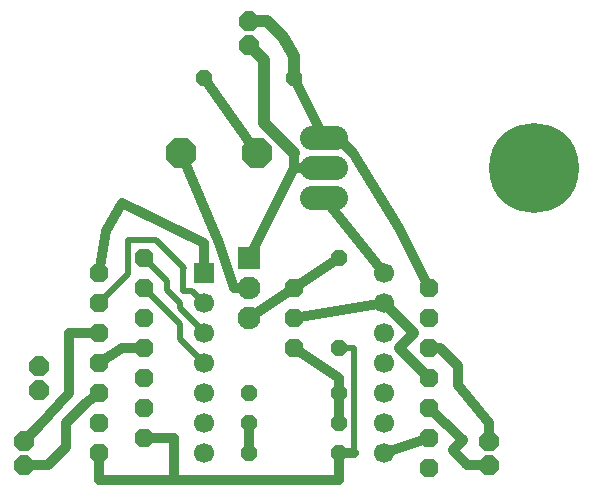
<source format=gbr>
%TF.GenerationSoftware,KiCad,Pcbnew,7.0.9*%
%TF.CreationDate,2023-11-20T12:38:17-05:00*%
%TF.ProjectId,brobot_v1,62726f62-6f74-45f7-9631-2e6b69636164,rev?*%
%TF.SameCoordinates,Original*%
%TF.FileFunction,Copper,L1,Top*%
%TF.FilePolarity,Positive*%
%FSLAX46Y46*%
G04 Gerber Fmt 4.6, Leading zero omitted, Abs format (unit mm)*
G04 Created by KiCad (PCBNEW 7.0.9) date 2023-11-20 12:38:17*
%MOMM*%
%LPD*%
G01*
G04 APERTURE LIST*
G04 Aperture macros list*
%AMOutline5P*
0 Free polygon, 5 corners , with rotation*
0 The origin of the aperture is its center*
0 number of corners: always 5*
0 $1 to $10 corner X, Y*
0 $11 Rotation angle, in degrees counterclockwise*
0 create outline with 5 corners*
4,1,5,$1,$2,$3,$4,$5,$6,$7,$8,$9,$10,$1,$2,$11*%
%AMOutline6P*
0 Free polygon, 6 corners , with rotation*
0 The origin of the aperture is its center*
0 number of corners: always 6*
0 $1 to $12 corner X, Y*
0 $13 Rotation angle, in degrees counterclockwise*
0 create outline with 6 corners*
4,1,6,$1,$2,$3,$4,$5,$6,$7,$8,$9,$10,$11,$12,$1,$2,$13*%
%AMOutline7P*
0 Free polygon, 7 corners , with rotation*
0 The origin of the aperture is its center*
0 number of corners: always 7*
0 $1 to $14 corner X, Y*
0 $15 Rotation angle, in degrees counterclockwise*
0 create outline with 7 corners*
4,1,7,$1,$2,$3,$4,$5,$6,$7,$8,$9,$10,$11,$12,$13,$14,$1,$2,$15*%
%AMOutline8P*
0 Free polygon, 8 corners , with rotation*
0 The origin of the aperture is its center*
0 number of corners: always 8*
0 $1 to $16 corner X, Y*
0 $17 Rotation angle, in degrees counterclockwise*
0 create outline with 8 corners*
4,1,8,$1,$2,$3,$4,$5,$6,$7,$8,$9,$10,$11,$12,$13,$14,$15,$16,$1,$2,$17*%
G04 Aperture macros list end*
%TA.AperFunction,ComponentPad*%
%ADD10C,1.700000*%
%TD*%
%TA.AperFunction,ComponentPad*%
%ADD11R,1.700000X1.700000*%
%TD*%
%TA.AperFunction,ComponentPad*%
%ADD12C,7.620000*%
%TD*%
%TA.AperFunction,ComponentPad*%
%ADD13O,4.064000X2.032000*%
%TD*%
%TA.AperFunction,ComponentPad*%
%ADD14Outline8P,-0.800100X0.331412X-0.331412X0.800100X0.331412X0.800100X0.800100X0.331412X0.800100X-0.331412X0.331412X-0.800100X-0.331412X-0.800100X-0.800100X-0.331412X0.000000*%
%TD*%
%TA.AperFunction,ComponentPad*%
%ADD15Outline8P,-0.660400X0.273547X-0.273547X0.660400X0.273547X0.660400X0.660400X0.273547X0.660400X-0.273547X0.273547X-0.660400X-0.273547X-0.660400X-0.660400X-0.273547X180.000000*%
%TD*%
%TA.AperFunction,ComponentPad*%
%ADD16Outline8P,-0.660400X0.273547X-0.273547X0.660400X0.273547X0.660400X0.660400X0.273547X0.660400X-0.273547X0.273547X-0.660400X-0.273547X-0.660400X-0.660400X-0.273547X0.000000*%
%TD*%
%TA.AperFunction,ComponentPad*%
%ADD17Outline8P,-0.660400X0.273547X-0.273547X0.660400X0.273547X0.660400X0.660400X0.273547X0.660400X-0.273547X0.273547X-0.660400X-0.273547X-0.660400X-0.660400X-0.273547X270.000000*%
%TD*%
%TA.AperFunction,ComponentPad*%
%ADD18Outline8P,-0.838200X0.347194X-0.347194X0.838200X0.347194X0.838200X0.838200X0.347194X0.838200X-0.347194X0.347194X-0.838200X-0.347194X-0.838200X-0.838200X-0.347194X90.000000*%
%TD*%
%TA.AperFunction,ComponentPad*%
%ADD19Outline8P,-0.838200X0.347194X-0.347194X0.838200X0.347194X0.838200X0.838200X0.347194X0.838200X-0.347194X0.347194X-0.838200X-0.347194X-0.838200X-0.838200X-0.347194X270.000000*%
%TD*%
%TA.AperFunction,ComponentPad*%
%ADD20Outline8P,-1.270000X0.526051X-0.526051X1.270000X0.526051X1.270000X1.270000X0.526051X1.270000X-0.526051X0.526051X-1.270000X-0.526051X-1.270000X-1.270000X-0.526051X0.000000*%
%TD*%
%TA.AperFunction,ComponentPad*%
%ADD21C,1.930400*%
%TD*%
%TA.AperFunction,ComponentPad*%
%ADD22R,1.930400X1.930400*%
%TD*%
%TA.AperFunction,Conductor*%
%ADD23C,0.812800*%
%TD*%
%TA.AperFunction,Conductor*%
%ADD24C,0.500000*%
%TD*%
%TA.AperFunction,Conductor*%
%ADD25C,1.016000*%
%TD*%
G04 APERTURE END LIST*
D10*
%TO.P,U1,14*%
%TO.N,VCC5V*%
X159296100Y-109448600D03*
%TO.P,U1,13*%
%TO.N,GND*%
X159296100Y-111988600D03*
%TO.P,U1,12*%
%TO.N,N/C*%
X159296100Y-114528600D03*
%TO.P,U1,11*%
X159296100Y-117068600D03*
%TO.P,U1,10*%
X159296100Y-119608600D03*
%TO.P,U1,9*%
%TO.N,IN5*%
X159296100Y-122148600D03*
%TO.P,U1,8*%
%TO.N,IN6*%
X159296100Y-124688600D03*
%TO.P,U1,7*%
%TO.N,N/C*%
X144056100Y-124688600D03*
%TO.P,U1,6*%
%TO.N,SCL*%
X144056100Y-122148600D03*
%TO.P,U1,5*%
%TO.N,SDA*%
X144056100Y-119608600D03*
%TO.P,U1,4*%
%TO.N,IN4*%
X144056100Y-117068600D03*
%TO.P,U1,3*%
%TO.N,IN3*%
X144056100Y-114528600D03*
%TO.P,U1,2*%
%TO.N,IN2*%
X144056100Y-111988600D03*
D11*
%TO.P,U1,1*%
%TO.N,IN1*%
X144056100Y-109448600D03*
%TD*%
D12*
%TO.P,U2,HEAT*%
%TO.N,GND*%
X171996100Y-100558600D03*
D13*
%TO.P,U2,3*%
%TO.N,VCC5V*%
X154216100Y-103098600D03*
%TO.P,U2,2*%
%TO.N,GND*%
X154216100Y-100558600D03*
%TO.P,U2,1*%
%TO.N,VCC*%
X154216100Y-98018600D03*
%TD*%
D14*
%TO.P,PAD39,1*%
%TO.N,VOUT*%
X151676100Y-110718600D03*
%TD*%
%TO.P,PAD40,1*%
%TO.N,GND*%
X151676100Y-113258600D03*
%TD*%
%TO.P,PAD41,1*%
%TO.N,REFV*%
X151676100Y-115798600D03*
%TD*%
D15*
%TO.P,R1,2*%
%TO.N,GND*%
X147866100Y-119608600D03*
%TO.P,R1,1*%
%TO.N,REFV*%
X155486100Y-119608600D03*
%TD*%
D16*
%TO.P,R2,2*%
%TO.N,VCC*%
X155486100Y-124688600D03*
%TO.P,R2,1*%
%TO.N,SERIES*%
X147866100Y-124688600D03*
%TD*%
%TO.P,R3,2*%
%TO.N,REFV*%
X155486100Y-122148600D03*
%TO.P,R3,1*%
%TO.N,SERIES*%
X147866100Y-122148600D03*
%TD*%
D17*
%TO.P,R4,2*%
%TO.N,VCC*%
X155486100Y-115798600D03*
%TO.P,R4,1*%
%TO.N,VOUT*%
X155486100Y-108178600D03*
%TD*%
D18*
%TO.P,P1,1*%
%TO.N,GNDM1*%
X128816100Y-123688600D03*
%TO.P,P1,2*%
%TO.N,VCCM1*%
X128816100Y-125688600D03*
%TD*%
D19*
%TO.P,P2,1*%
%TO.N,GNDM2*%
X130086100Y-119338600D03*
%TO.P,P2,2*%
%TO.N,VCCM2*%
X130086100Y-117338600D03*
%TD*%
%TO.P,P3,1*%
%TO.N,GNDM3*%
X168186100Y-125688600D03*
%TO.P,P3,2*%
%TO.N,VCCM3*%
X168186100Y-123688600D03*
%TD*%
D16*
%TO.P,R5,2*%
%TO.N,VCC*%
X151676100Y-92938600D03*
%TO.P,R5,1*%
%TO.N,BPOS*%
X144056100Y-92938600D03*
%TD*%
D20*
%TO.P,SP1,2*%
%TO.N,BPOS*%
X148577300Y-99288600D03*
%TO.P,SP1,1*%
%TO.N,DRAIN*%
X142074900Y-99288600D03*
%TD*%
D21*
%TO.P,Q1,3*%
%TO.N,VOUT*%
X147866100Y-113258600D03*
%TO.P,Q1,2*%
%TO.N,DRAIN*%
X147866100Y-110718600D03*
D22*
%TO.P,Q1,1*%
%TO.N,GND*%
X147866100Y-108178600D03*
%TD*%
D14*
%TO.P,PAD29,1*%
%TO.N,VCC*%
X135166100Y-124688600D03*
%TD*%
%TO.P,PAD30,1*%
%TO.N,N/C*%
X135166100Y-122148600D03*
%TD*%
%TO.P,PAD31,1*%
%TO.N,VCCM1*%
X135166100Y-119608600D03*
%TD*%
%TO.P,PAD32,1*%
%TO.N,GND*%
X135166100Y-117068600D03*
%TD*%
%TO.P,PAD33,1*%
%TO.N,GNDM1*%
X135166100Y-114528600D03*
%TD*%
%TO.P,PAD34,1*%
%TO.N,IN2*%
X135166100Y-111988600D03*
%TD*%
%TO.P,PAD35,1*%
%TO.N,IN1*%
X135166100Y-109448600D03*
%TD*%
%TO.P,PAD36,1*%
%TO.N,IN3*%
X138976100Y-108178600D03*
%TD*%
%TO.P,PAD42,1*%
%TO.N,IN4*%
X138976100Y-110718600D03*
%TD*%
%TO.P,PAD43,1*%
%TO.N,GNDM2*%
X138976100Y-113258600D03*
%TD*%
%TO.P,PAD44,1*%
%TO.N,GND*%
X138976100Y-115798600D03*
%TD*%
%TO.P,PAD45,1*%
%TO.N,VCCM2*%
X138976100Y-118338600D03*
%TD*%
%TO.P,PAD46,1*%
%TO.N,N/C*%
X138976100Y-120878600D03*
%TD*%
%TO.P,PAD47,1*%
%TO.N,VCC*%
X138976100Y-123418600D03*
%TD*%
%TO.P,PAD48,1*%
%TO.N,VCC*%
X163106100Y-110718600D03*
%TD*%
%TO.P,PAD49,1*%
%TO.N,N/C*%
X163106100Y-113258600D03*
%TD*%
%TO.P,PAD50,1*%
%TO.N,VCCM3*%
X163106100Y-115798600D03*
%TD*%
%TO.P,PAD51,1*%
%TO.N,GND*%
X163106100Y-118338600D03*
%TD*%
%TO.P,PAD52,1*%
%TO.N,GNDM3*%
X163106100Y-120878600D03*
%TD*%
%TO.P,PAD53,1*%
%TO.N,IN6*%
X163106100Y-123418600D03*
%TD*%
%TO.P,PAD54,1*%
%TO.N,IN5*%
X163106100Y-125958600D03*
%TD*%
D19*
%TO.P,P4,1*%
%TO.N,GND*%
X147866100Y-90128600D03*
%TO.P,P4,2*%
%TO.N,VCC*%
X147866100Y-88128600D03*
%TD*%
D23*
%TO.N,VCCM3*%
X168186100Y-122148600D02*
X168186100Y-123688600D01*
X165584011Y-118895989D02*
X168186100Y-122148600D01*
X165584011Y-117324011D02*
X165584011Y-118895989D01*
X164058600Y-115798600D02*
X165584011Y-117324011D01*
X163106100Y-115798600D02*
X164058600Y-115798600D01*
%TO.N,GNDM3*%
X165100000Y-124460000D02*
X165969854Y-123590146D01*
X163106100Y-120878600D02*
X165969854Y-123590146D01*
X166328600Y-125688600D02*
X165100000Y-124460000D01*
X168186100Y-125688600D02*
X166328600Y-125688600D01*
D24*
%TO.N,VCC*%
X156756100Y-115798600D02*
X156756100Y-124688600D01*
X155486100Y-115798600D02*
X156756100Y-115798600D01*
%TO.N,IN4*%
X142018456Y-115030956D02*
X144056100Y-117068600D01*
X142018456Y-114521544D02*
X142018456Y-115030956D01*
X142018456Y-113760956D02*
X142018456Y-114521544D01*
X138976100Y-110718600D02*
X142018456Y-113760956D01*
%TO.N,IN3*%
X142018456Y-111981544D02*
X142018456Y-112445236D01*
X142018456Y-112445236D02*
X143873220Y-114300000D01*
D23*
X143873220Y-114300000D02*
X144056100Y-114528600D01*
D24*
X140889567Y-110852655D02*
X142018456Y-111981544D01*
X140889567Y-110570433D02*
X140889567Y-110852655D01*
X140889567Y-110092067D02*
X140889567Y-110570433D01*
X138976100Y-108178600D02*
X140889567Y-110092067D01*
%TO.N,IN2*%
X143031263Y-110963763D02*
X144056100Y-111988600D01*
X142240000Y-110963763D02*
X143031263Y-110963763D01*
X142240000Y-109220000D02*
X142240000Y-110963763D01*
X140246100Y-106908600D02*
X142398750Y-109061250D01*
X137617200Y-106680000D02*
X140017500Y-106680000D01*
X137617200Y-109220000D02*
X137617200Y-106680000D01*
X140017500Y-106680000D02*
X140246100Y-106908600D01*
X137617200Y-109537500D02*
X137617200Y-109220000D01*
X135166100Y-111988600D02*
X137617200Y-109537500D01*
D23*
%TO.N,VCCM1*%
X134052787Y-120451913D02*
X135166100Y-119608600D01*
X132332350Y-124207650D02*
X132332350Y-122172350D01*
X132332350Y-122172350D02*
X134052787Y-120451913D01*
X130851400Y-125688600D02*
X132332350Y-124207650D01*
X128816100Y-125688600D02*
X130851400Y-125688600D01*
%TO.N,DRAIN*%
X146596100Y-110718600D02*
X147866100Y-110718600D01*
X145326100Y-106908600D02*
X146596100Y-110718600D01*
X142074900Y-99288600D02*
X145326100Y-106908600D01*
%TO.N,BPOS*%
X148577300Y-99288600D02*
X144056100Y-92938600D01*
%TO.N,SERIES*%
X147866100Y-124688600D02*
X147866100Y-122148600D01*
%TO.N,REFV*%
X155486100Y-118338600D02*
X155486100Y-119608600D01*
X151676100Y-115798600D02*
X155486100Y-118338600D01*
X155486100Y-122148600D02*
X155486100Y-119608600D01*
%TO.N,VOUT*%
X155486100Y-108178600D02*
X151676100Y-110718600D01*
X147866100Y-113258600D02*
X151676100Y-110718600D01*
%TO.N,VCC5V*%
X154216100Y-103098600D02*
X159296100Y-109448600D01*
%TO.N,GNDM1*%
X132626100Y-114528600D02*
X135166100Y-114528600D01*
X132626100Y-119608600D02*
X132626100Y-114528600D01*
X130086100Y-122418600D02*
X132626100Y-119608600D01*
X128816100Y-123688600D02*
X130086100Y-122418600D01*
%TO.N,IN1*%
X144056100Y-106908600D02*
X144056100Y-109448600D01*
X137116340Y-103484682D02*
X144056100Y-106908600D01*
X135762543Y-105869938D02*
X137116340Y-103484682D01*
X135166100Y-109448600D02*
X135762543Y-105869938D01*
%TO.N,IN6*%
X163106100Y-123418600D02*
X159296100Y-124688600D01*
D25*
%TO.N,VCC*%
X149406100Y-88128600D02*
X150724565Y-89447066D01*
X151676100Y-91047372D02*
X151676100Y-92938600D01*
X150724565Y-89447066D02*
X151676100Y-91047372D01*
X147866100Y-88128600D02*
X149406100Y-88128600D01*
D23*
X160566100Y-105638600D02*
X163106100Y-110718600D01*
X156710584Y-99315663D02*
X160566100Y-105638600D01*
X155413521Y-98018600D02*
X156710584Y-99315663D01*
X154216100Y-98018600D02*
X155413521Y-98018600D01*
X151676100Y-92938600D02*
X154216100Y-98018600D01*
X156756100Y-124688600D02*
X155486100Y-124688600D01*
X155486100Y-127000000D02*
X155486100Y-124688600D01*
X141516100Y-127000000D02*
X155486100Y-127000000D01*
X135166100Y-127000000D02*
X135166100Y-124688600D01*
X141516100Y-127000000D02*
X135166100Y-127000000D01*
X141516100Y-123418600D02*
X141516100Y-127000000D01*
X138976100Y-123418600D02*
X141516100Y-123418600D01*
D25*
%TO.N,GND*%
X149136100Y-96748600D02*
X151676100Y-99288600D01*
X149136100Y-91398600D02*
X149136100Y-96748600D01*
X147866100Y-90128600D02*
X149136100Y-91398600D01*
D23*
X161836100Y-114528600D02*
X159296100Y-111988600D01*
X160566100Y-115798600D02*
X161836100Y-114528600D01*
X163106100Y-118338600D02*
X160566100Y-115798600D01*
X159296100Y-111988600D02*
X151676100Y-113258600D01*
X147866100Y-108178600D02*
X151676100Y-100558600D01*
X151676100Y-100558600D02*
X154216100Y-100558600D01*
X151676100Y-99288600D02*
X151676100Y-100558600D01*
X137071100Y-115798600D02*
X135166100Y-117068600D01*
X137071100Y-115798600D02*
X138976100Y-115798600D01*
%TD*%
M02*

</source>
